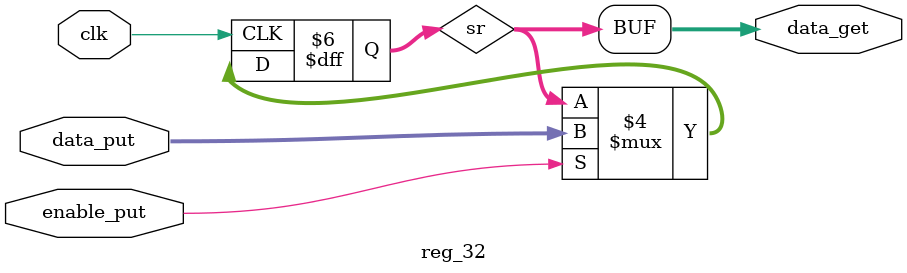
<source format=v>

module reg_32
#(parameter N_BITS=32)
(
	input   clk,  enable_put,
	input  [N_BITS-1:0] data_put,
	output [N_BITS-1:0] data_get
);

	// Declare the shift register
	reg [N_BITS-1:0] sr=0;

	// Load the incoming N bits
	always @ (posedge clk)
	begin
		if (enable_put == 1'b1)
			sr <= data_put;
	end

	// Catch the outgoing N bits
	assign data_get = sr;

endmodule

</source>
